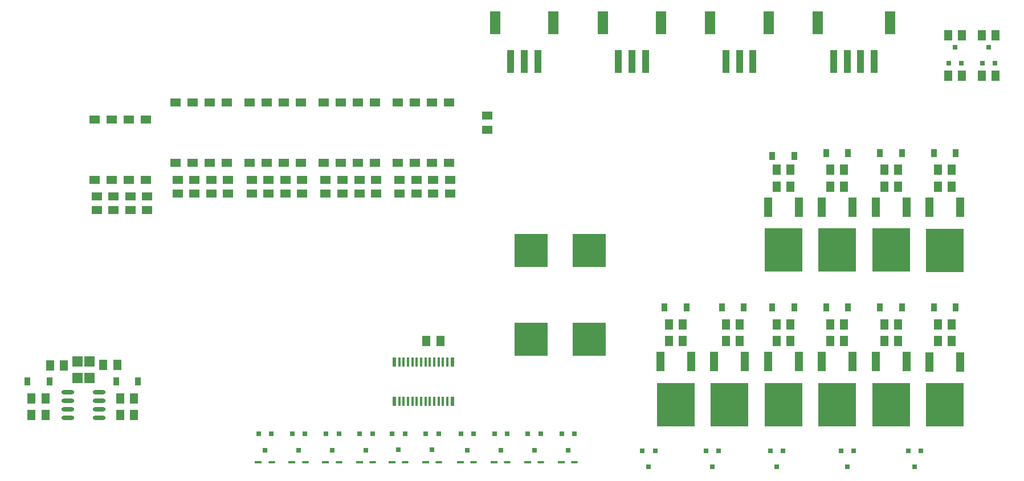
<source format=gtp>
G04*
G04 #@! TF.GenerationSoftware,Altium Limited,Altium Designer,24.2.2 (26)*
G04*
G04 Layer_Color=8421504*
%FSLAX25Y25*%
%MOIN*%
G70*
G04*
G04 #@! TF.SameCoordinates,93052230-0714-41EE-B623-C252674C3430*
G04*
G04*
G04 #@! TF.FilePolarity,Positive*
G04*
G01*
G75*
%ADD16R,0.19685X0.19685*%
%ADD17R,0.03583X0.04803*%
%ADD18R,0.04921X0.06102*%
%ADD19R,0.03959X0.01545*%
G04:AMPARAMS|DCode=20|XSize=39.59mil|YSize=15.45mil|CornerRadius=7.73mil|HoleSize=0mil|Usage=FLASHONLY|Rotation=0.000|XOffset=0mil|YOffset=0mil|HoleType=Round|Shape=RoundedRectangle|*
%AMROUNDEDRECTD20*
21,1,0.03959,0.00000,0,0,0.0*
21,1,0.02414,0.01545,0,0,0.0*
1,1,0.01545,0.01207,0.00000*
1,1,0.01545,-0.01207,0.00000*
1,1,0.01545,-0.01207,0.00000*
1,1,0.01545,0.01207,0.00000*
%
%ADD20ROUNDEDRECTD20*%
%ADD21R,0.03150X0.03150*%
%ADD22R,0.06102X0.04921*%
%ADD23R,0.05906X0.05118*%
%ADD24R,0.21850X0.25591*%
%ADD25R,0.04921X0.11221*%
%ADD26R,0.01575X0.05315*%
%ADD27R,0.02362X0.05315*%
%ADD28O,0.07480X0.02362*%
%ADD29R,0.05906X0.06102*%
%ADD30R,0.03937X0.13780*%
%ADD31R,0.05906X0.13386*%
D16*
X343055Y181102D02*
D03*
X309055D02*
D03*
Y129102D02*
D03*
X343055D02*
D03*
D17*
X420728Y147638D02*
D03*
X387264D02*
D03*
X481752D02*
D03*
X450256D02*
D03*
X544744D02*
D03*
X513248D02*
D03*
X494626D02*
D03*
Y238189D02*
D03*
X481752D02*
D03*
X463130Y236221D02*
D03*
X450256D02*
D03*
X463130Y147638D02*
D03*
X400138D02*
D03*
X433602D02*
D03*
X557618Y238189D02*
D03*
X544744D02*
D03*
X526122D02*
D03*
X513248D02*
D03*
X526122Y147638D02*
D03*
X557618D02*
D03*
X79272Y104331D02*
D03*
X66398D02*
D03*
X14539D02*
D03*
X27413D02*
D03*
D18*
X423130Y137795D02*
D03*
X389665D02*
D03*
X484154D02*
D03*
X452658D02*
D03*
X547146D02*
D03*
X515650D02*
D03*
X561122Y283465D02*
D03*
X553051D02*
D03*
X553150Y307087D02*
D03*
X561221D02*
D03*
X431201Y137795D02*
D03*
X397736D02*
D03*
X492224Y228346D02*
D03*
X484154D02*
D03*
X492224Y137795D02*
D03*
Y218504D02*
D03*
X484154D02*
D03*
X460728Y137795D02*
D03*
X397736Y127953D02*
D03*
X389665D02*
D03*
X431201D02*
D03*
X423130D02*
D03*
X460728Y228346D02*
D03*
X452658D02*
D03*
X492224Y127953D02*
D03*
X484154D02*
D03*
X460728D02*
D03*
X452658D02*
D03*
X460728Y218504D02*
D03*
X452658D02*
D03*
X555217Y228346D02*
D03*
X547146D02*
D03*
X523721D02*
D03*
X515650D02*
D03*
X523721Y137795D02*
D03*
Y127953D02*
D03*
X515650D02*
D03*
X555217Y137795D02*
D03*
Y127953D02*
D03*
X547146D02*
D03*
X555217Y218504D02*
D03*
X547146D02*
D03*
X523721D02*
D03*
X515650D02*
D03*
X256004Y127953D02*
D03*
X247933D02*
D03*
X68799Y94488D02*
D03*
X76870D02*
D03*
X67028Y114173D02*
D03*
X58957D02*
D03*
X27715Y113799D02*
D03*
X35786D02*
D03*
X68701Y84646D02*
D03*
X76772D02*
D03*
X25012Y94488D02*
D03*
X16941D02*
D03*
X25012Y84646D02*
D03*
X16941D02*
D03*
X572736Y307087D02*
D03*
X580807D02*
D03*
X580807Y283465D02*
D03*
X572736D02*
D03*
D19*
X149605Y57087D02*
D03*
X169290D02*
D03*
X188975D02*
D03*
X227687Y57166D02*
D03*
X247372D02*
D03*
X326769Y57087D02*
D03*
X307085D02*
D03*
X267715D02*
D03*
X287401D02*
D03*
X208660Y57087D02*
D03*
D20*
X157481D02*
D03*
X177166D02*
D03*
X196852D02*
D03*
X235563Y57166D02*
D03*
X255248D02*
D03*
X334646Y57087D02*
D03*
X314962D02*
D03*
X275592D02*
D03*
X295277D02*
D03*
X216536Y57087D02*
D03*
D21*
X153543Y64173D02*
D03*
X149803Y73622D02*
D03*
X157283D02*
D03*
X192913Y64173D02*
D03*
X189173Y73622D02*
D03*
X196654D02*
D03*
X173228Y64173D02*
D03*
X169488Y73622D02*
D03*
X176969D02*
D03*
X235365Y73702D02*
D03*
X227885D02*
D03*
X231625Y64253D02*
D03*
X334646Y73622D02*
D03*
X327165D02*
D03*
X330906Y64173D02*
D03*
X255050Y73702D02*
D03*
X247570D02*
D03*
X251310Y64253D02*
D03*
X314764Y73622D02*
D03*
X307283D02*
D03*
X311024Y64173D02*
D03*
X275590Y73622D02*
D03*
X268110D02*
D03*
X271850Y64173D02*
D03*
X295276Y73622D02*
D03*
X287795D02*
D03*
X291535Y64173D02*
D03*
X216339Y73622D02*
D03*
X208858D02*
D03*
X212598Y64173D02*
D03*
X557087Y300000D02*
D03*
X560827Y290551D02*
D03*
X553346D02*
D03*
X533465Y54331D02*
D03*
X529724Y63779D02*
D03*
X537205D02*
D03*
X377953Y54331D02*
D03*
X374213Y63779D02*
D03*
X381693D02*
D03*
X415158Y54331D02*
D03*
X411417Y63779D02*
D03*
X418898D02*
D03*
X494095Y54331D02*
D03*
X490354Y63779D02*
D03*
X497835D02*
D03*
X452756Y54331D02*
D03*
X449016Y63779D02*
D03*
X456496D02*
D03*
X576772Y300000D02*
D03*
X580512Y290551D02*
D03*
X573032D02*
D03*
D22*
X74803Y212697D02*
D03*
Y204626D02*
D03*
X84646Y204626D02*
D03*
Y212697D02*
D03*
X55118Y204626D02*
D03*
Y212697D02*
D03*
X64961Y212697D02*
D03*
Y204626D02*
D03*
X283465Y251870D02*
D03*
Y259941D02*
D03*
X175197Y222539D02*
D03*
Y214469D02*
D03*
X145669Y222539D02*
D03*
Y214469D02*
D03*
X165354Y222539D02*
D03*
Y214469D02*
D03*
X155512Y222539D02*
D03*
Y214469D02*
D03*
X122047Y222539D02*
D03*
Y214469D02*
D03*
X131890Y222539D02*
D03*
Y214469D02*
D03*
X102362Y222539D02*
D03*
Y214469D02*
D03*
X112205Y222539D02*
D03*
Y214469D02*
D03*
X251969Y222539D02*
D03*
Y214469D02*
D03*
X261811Y222539D02*
D03*
Y214469D02*
D03*
X232283Y222539D02*
D03*
Y214469D02*
D03*
X242126Y222539D02*
D03*
Y214469D02*
D03*
X208661Y222539D02*
D03*
Y214469D02*
D03*
X218504Y222539D02*
D03*
Y214469D02*
D03*
X188976Y222441D02*
D03*
Y214370D02*
D03*
X198819Y222539D02*
D03*
Y214469D02*
D03*
D23*
X83898Y222441D02*
D03*
X73898D02*
D03*
X63898D02*
D03*
X53898D02*
D03*
Y257874D02*
D03*
X63898D02*
D03*
X73898D02*
D03*
X83898D02*
D03*
X164449Y267717D02*
D03*
X144449D02*
D03*
X174449Y232283D02*
D03*
X164449D02*
D03*
X154449D02*
D03*
X144449D02*
D03*
X154449Y267717D02*
D03*
X174449D02*
D03*
X131142Y232283D02*
D03*
X121142D02*
D03*
X111142D02*
D03*
X101142D02*
D03*
Y267717D02*
D03*
X111142D02*
D03*
X121142D02*
D03*
X131142D02*
D03*
X261063Y232283D02*
D03*
X251063D02*
D03*
X241063D02*
D03*
X231063D02*
D03*
Y267717D02*
D03*
X241063D02*
D03*
X251063D02*
D03*
X261063D02*
D03*
X217756Y232283D02*
D03*
X207756D02*
D03*
X197756D02*
D03*
X187756D02*
D03*
Y267717D02*
D03*
X197756D02*
D03*
X207756D02*
D03*
X217756D02*
D03*
D24*
X519685Y181250D02*
D03*
X488189D02*
D03*
X456693D02*
D03*
X551181Y181102D02*
D03*
Y90551D02*
D03*
X519685Y90699D02*
D03*
X425197D02*
D03*
X393701D02*
D03*
X488189D02*
D03*
X456693D02*
D03*
D25*
X510709Y206447D02*
D03*
X528661D02*
D03*
X479213D02*
D03*
X497165D02*
D03*
X447717D02*
D03*
X465669D02*
D03*
X542205Y206299D02*
D03*
X560157D02*
D03*
X542205Y115748D02*
D03*
X560157D02*
D03*
X510709Y115896D02*
D03*
X528661D02*
D03*
X416221D02*
D03*
X434173D02*
D03*
X384724D02*
D03*
X402677D02*
D03*
X479213D02*
D03*
X497165D02*
D03*
X447717D02*
D03*
X465669D02*
D03*
D26*
X237106Y115847D02*
D03*
X234547D02*
D03*
X231988D02*
D03*
X239665D02*
D03*
X242224D02*
D03*
Y92815D02*
D03*
X239665D02*
D03*
X231988D02*
D03*
X234547D02*
D03*
X237106D02*
D03*
X244783D02*
D03*
X247342D02*
D03*
X249902D02*
D03*
X252461D02*
D03*
X260138D02*
D03*
X257579D02*
D03*
X255020D02*
D03*
Y115847D02*
D03*
X257579D02*
D03*
X260138D02*
D03*
X252461D02*
D03*
X249902D02*
D03*
X247342D02*
D03*
X244783D02*
D03*
D27*
X229035Y92815D02*
D03*
X263091D02*
D03*
Y115847D02*
D03*
X229035D02*
D03*
D28*
X37992Y98051D02*
D03*
Y93051D02*
D03*
Y88051D02*
D03*
Y83051D02*
D03*
X56496Y98051D02*
D03*
Y93051D02*
D03*
Y88051D02*
D03*
Y83051D02*
D03*
D29*
X50787Y116142D02*
D03*
X43701D02*
D03*
X50787Y106299D02*
D03*
X43701D02*
D03*
D30*
X297244Y291831D02*
D03*
X305118D02*
D03*
X312992D02*
D03*
X360236D02*
D03*
X368110D02*
D03*
X375984D02*
D03*
X509842D02*
D03*
X501968D02*
D03*
X494095D02*
D03*
X486221Y291831D02*
D03*
X423228Y291831D02*
D03*
X431102D02*
D03*
X438976D02*
D03*
D31*
X322244Y314469D02*
D03*
X287992D02*
D03*
X385236D02*
D03*
X350984D02*
D03*
X476968D02*
D03*
X519095D02*
D03*
X448228D02*
D03*
X413976D02*
D03*
M02*

</source>
